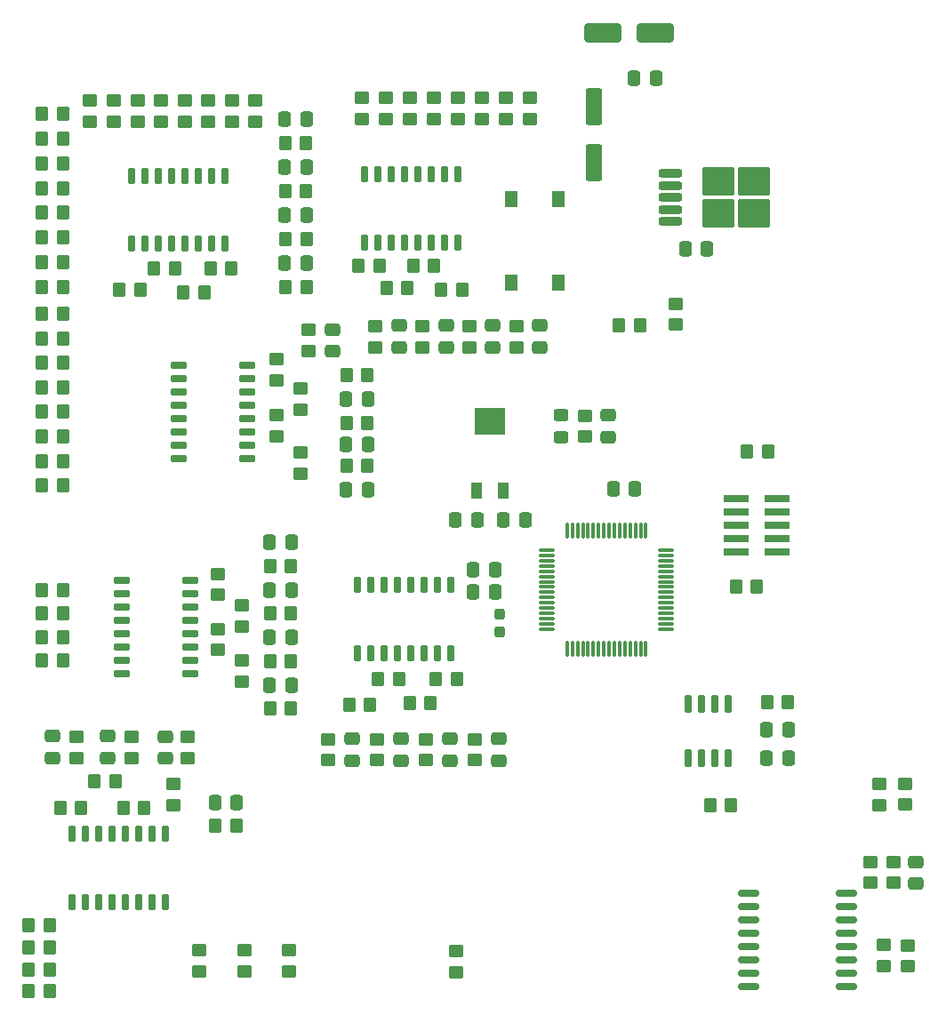
<source format=gbr>
%TF.GenerationSoftware,KiCad,Pcbnew,7.0.10*%
%TF.CreationDate,2024-05-01T16:26:35-07:00*%
%TF.ProjectId,control,636f6e74-726f-46c2-9e6b-696361645f70,B*%
%TF.SameCoordinates,Original*%
%TF.FileFunction,Paste,Top*%
%TF.FilePolarity,Positive*%
%FSLAX46Y46*%
G04 Gerber Fmt 4.6, Leading zero omitted, Abs format (unit mm)*
G04 Created by KiCad (PCBNEW 7.0.10) date 2024-05-01 16:26:35*
%MOMM*%
%LPD*%
G01*
G04 APERTURE LIST*
G04 Aperture macros list*
%AMRoundRect*
0 Rectangle with rounded corners*
0 $1 Rounding radius*
0 $2 $3 $4 $5 $6 $7 $8 $9 X,Y pos of 4 corners*
0 Add a 4 corners polygon primitive as box body*
4,1,4,$2,$3,$4,$5,$6,$7,$8,$9,$2,$3,0*
0 Add four circle primitives for the rounded corners*
1,1,$1+$1,$2,$3*
1,1,$1+$1,$4,$5*
1,1,$1+$1,$6,$7*
1,1,$1+$1,$8,$9*
0 Add four rect primitives between the rounded corners*
20,1,$1+$1,$2,$3,$4,$5,0*
20,1,$1+$1,$4,$5,$6,$7,0*
20,1,$1+$1,$6,$7,$8,$9,0*
20,1,$1+$1,$8,$9,$2,$3,0*%
G04 Aperture macros list end*
%ADD10RoundRect,0.250000X0.450000X-0.350000X0.450000X0.350000X-0.450000X0.350000X-0.450000X-0.350000X0*%
%ADD11R,1.300000X1.550000*%
%ADD12RoundRect,0.250000X-0.450000X0.350000X-0.450000X-0.350000X0.450000X-0.350000X0.450000X0.350000X0*%
%ADD13RoundRect,0.150000X-0.875000X-0.150000X0.875000X-0.150000X0.875000X0.150000X-0.875000X0.150000X0*%
%ADD14RoundRect,0.150000X-0.150000X0.725000X-0.150000X-0.725000X0.150000X-0.725000X0.150000X0.725000X0*%
%ADD15RoundRect,0.250000X-0.337500X-0.475000X0.337500X-0.475000X0.337500X0.475000X-0.337500X0.475000X0*%
%ADD16RoundRect,0.250000X-0.350000X-0.450000X0.350000X-0.450000X0.350000X0.450000X-0.350000X0.450000X0*%
%ADD17RoundRect,0.250000X0.475000X-0.337500X0.475000X0.337500X-0.475000X0.337500X-0.475000X-0.337500X0*%
%ADD18RoundRect,0.250000X0.350000X0.450000X-0.350000X0.450000X-0.350000X-0.450000X0.350000X-0.450000X0*%
%ADD19RoundRect,0.150000X-0.650000X-0.150000X0.650000X-0.150000X0.650000X0.150000X-0.650000X0.150000X0*%
%ADD20RoundRect,0.250000X-0.475000X0.337500X-0.475000X-0.337500X0.475000X-0.337500X0.475000X0.337500X0*%
%ADD21RoundRect,0.150000X-0.150000X0.650000X-0.150000X-0.650000X0.150000X-0.650000X0.150000X0.650000X0*%
%ADD22R,2.400000X0.740000*%
%ADD23RoundRect,0.075000X-0.662500X-0.075000X0.662500X-0.075000X0.662500X0.075000X-0.662500X0.075000X0*%
%ADD24RoundRect,0.075000X-0.075000X-0.662500X0.075000X-0.662500X0.075000X0.662500X-0.075000X0.662500X0*%
%ADD25RoundRect,0.250000X0.337500X0.475000X-0.337500X0.475000X-0.337500X-0.475000X0.337500X-0.475000X0*%
%ADD26RoundRect,0.250000X-1.500000X-0.650000X1.500000X-0.650000X1.500000X0.650000X-1.500000X0.650000X0*%
%ADD27RoundRect,0.200000X-0.900000X-0.200000X0.900000X-0.200000X0.900000X0.200000X-0.900000X0.200000X0*%
%ADD28RoundRect,0.250000X-1.275000X-1.125000X1.275000X-1.125000X1.275000X1.125000X-1.275000X1.125000X0*%
%ADD29R,1.000000X1.600000*%
%ADD30R,3.000000X2.500000*%
%ADD31RoundRect,0.150000X0.150000X-0.650000X0.150000X0.650000X-0.150000X0.650000X-0.150000X-0.650000X0*%
%ADD32RoundRect,0.250000X0.450000X-0.325000X0.450000X0.325000X-0.450000X0.325000X-0.450000X-0.325000X0*%
%ADD33RoundRect,0.250000X-0.550000X1.500000X-0.550000X-1.500000X0.550000X-1.500000X0.550000X1.500000X0*%
%ADD34RoundRect,0.237500X-0.237500X0.287500X-0.237500X-0.287500X0.237500X-0.287500X0.237500X0.287500X0*%
G04 APERTURE END LIST*
D10*
%TO.C,R88*%
X132987100Y-79888500D03*
X132987100Y-77888500D03*
%TD*%
D11*
%TO.C,SW1*%
X145963200Y-65824200D03*
X145963200Y-73774200D03*
X141463200Y-65824200D03*
X141463200Y-73774200D03*
%TD*%
D12*
%TO.C,R102*%
X179171600Y-136871200D03*
X179171600Y-138871200D03*
%TD*%
D13*
%TO.C,U10*%
X164056800Y-131953000D03*
X164056800Y-133223000D03*
X164056800Y-134493000D03*
X164056800Y-135763000D03*
X164056800Y-137033000D03*
X164056800Y-138303000D03*
X164056800Y-139573000D03*
X164056800Y-140843000D03*
X173356800Y-140843000D03*
X173356800Y-139573000D03*
X173356800Y-138303000D03*
X173356800Y-137033000D03*
X173356800Y-135763000D03*
X173356800Y-134493000D03*
X173356800Y-133223000D03*
X173356800Y-131953000D03*
%TD*%
D12*
%TO.C,R44*%
X100000000Y-117000000D03*
X100000000Y-119000000D03*
%TD*%
D14*
%TO.C,U2*%
X162098200Y-113899400D03*
X160828200Y-113899400D03*
X159558200Y-113899400D03*
X158288200Y-113899400D03*
X158288200Y-119049400D03*
X159558200Y-119049400D03*
X160828200Y-119049400D03*
X162098200Y-119049400D03*
%TD*%
D15*
%TO.C,C13*%
X118425000Y-103021700D03*
X120500000Y-103021700D03*
%TD*%
D16*
%TO.C,R4*%
X151704800Y-77774800D03*
X153704800Y-77774800D03*
%TD*%
D15*
%TO.C,C32*%
X125708500Y-89154000D03*
X127783500Y-89154000D03*
%TD*%
D12*
%TO.C,R8*%
X148437600Y-86426800D03*
X148437600Y-88426800D03*
%TD*%
D10*
%TO.C,R19*%
X113500000Y-103500000D03*
X113500000Y-101500000D03*
%TD*%
%TO.C,R35*%
X114844300Y-58388000D03*
X114844300Y-56388000D03*
%TD*%
D12*
%TO.C,R105*%
X175666400Y-128930400D03*
X175666400Y-130930400D03*
%TD*%
D17*
%TO.C,C8*%
X150672800Y-88464300D03*
X150672800Y-86389300D03*
%TD*%
D15*
%TO.C,C22*%
X119866500Y-62738000D03*
X121941500Y-62738000D03*
%TD*%
D18*
%TO.C,R76*%
X98774000Y-67092300D03*
X96774000Y-67092300D03*
%TD*%
%TO.C,R53*%
X98774000Y-83721500D03*
X96774000Y-83721500D03*
%TD*%
%TO.C,R37*%
X103750000Y-121250000D03*
X101750000Y-121250000D03*
%TD*%
D10*
%TO.C,R86*%
X128524000Y-79888500D03*
X128524000Y-77888500D03*
%TD*%
%TO.C,R55*%
X138684000Y-58150000D03*
X138684000Y-56150000D03*
%TD*%
D18*
%TO.C,R54*%
X98774000Y-57658000D03*
X96774000Y-57658000D03*
%TD*%
D10*
%TO.C,R17*%
X115750000Y-111750000D03*
X115750000Y-109750000D03*
%TD*%
D15*
%TO.C,C2*%
X158016700Y-70566200D03*
X160091700Y-70566200D03*
%TD*%
D10*
%TO.C,R91*%
X119126000Y-88376000D03*
X119126000Y-86376000D03*
%TD*%
D19*
%TO.C,U8*%
X109780000Y-81661000D03*
X109780000Y-82931000D03*
X109780000Y-84201000D03*
X109780000Y-85471000D03*
X109780000Y-86741000D03*
X109780000Y-88011000D03*
X109780000Y-89281000D03*
X109780000Y-90551000D03*
X116280000Y-90551000D03*
X116280000Y-89281000D03*
X116280000Y-88011000D03*
X116280000Y-86741000D03*
X116280000Y-85471000D03*
X116280000Y-84201000D03*
X116280000Y-82931000D03*
X116280000Y-81661000D03*
%TD*%
D10*
%TO.C,R15*%
X105845400Y-58388000D03*
X105845400Y-56388000D03*
%TD*%
%TO.C,R78*%
X134112000Y-58150000D03*
X134112000Y-56150000D03*
%TD*%
D20*
%TO.C,C28*%
X135607100Y-117212500D03*
X135607100Y-119287500D03*
%TD*%
D16*
%TO.C,R2*%
X160391600Y-123494800D03*
X162391600Y-123494800D03*
%TD*%
%TO.C,R45*%
X112792000Y-72390000D03*
X114792000Y-72390000D03*
%TD*%
D10*
%TO.C,R74*%
X131826000Y-58150000D03*
X131826000Y-56150000D03*
%TD*%
%TO.C,R97*%
X176479200Y-123529600D03*
X176479200Y-121529600D03*
%TD*%
D18*
%TO.C,R48*%
X121904000Y-65024000D03*
X119904000Y-65024000D03*
%TD*%
D17*
%TO.C,C26*%
X124460000Y-80285500D03*
X124460000Y-78210500D03*
%TD*%
D15*
%TO.C,C15*%
X119888000Y-67310000D03*
X121963000Y-67310000D03*
%TD*%
D16*
%TO.C,R25*%
X107442000Y-72390000D03*
X109442000Y-72390000D03*
%TD*%
D18*
%TO.C,R24*%
X120462500Y-109804300D03*
X118462500Y-109804300D03*
%TD*%
D12*
%TO.C,R40*%
X110632000Y-117037500D03*
X110632000Y-119037500D03*
%TD*%
D21*
%TO.C,U9*%
X135700000Y-102561000D03*
X134430000Y-102561000D03*
X133160000Y-102561000D03*
X131890000Y-102561000D03*
X130620000Y-102561000D03*
X129350000Y-102561000D03*
X128080000Y-102561000D03*
X126810000Y-102561000D03*
X126810000Y-109061000D03*
X128080000Y-109061000D03*
X129350000Y-109061000D03*
X130620000Y-109061000D03*
X131890000Y-109061000D03*
X133160000Y-109061000D03*
X134430000Y-109061000D03*
X135700000Y-109061000D03*
%TD*%
D22*
%TO.C,J11*%
X162845200Y-94284800D03*
X166745200Y-94284800D03*
X162845200Y-95554800D03*
X166745200Y-95554800D03*
X162845200Y-96824800D03*
X166745200Y-96824800D03*
X162845200Y-98094800D03*
X166745200Y-98094800D03*
X162845200Y-99364800D03*
X166745200Y-99364800D03*
%TD*%
D18*
%TO.C,R81*%
X98774000Y-71809400D03*
X96774000Y-71809400D03*
%TD*%
D10*
%TO.C,R73*%
X127254000Y-58150000D03*
X127254000Y-56150000D03*
%TD*%
D18*
%TO.C,R5*%
X164830000Y-102666800D03*
X162830000Y-102666800D03*
%TD*%
D16*
%TO.C,R85*%
X126889000Y-72136000D03*
X128889000Y-72136000D03*
%TD*%
D23*
%TO.C,U3*%
X144848500Y-99240000D03*
X144848500Y-99740000D03*
X144848500Y-100240000D03*
X144848500Y-100740000D03*
X144848500Y-101240000D03*
X144848500Y-101740000D03*
X144848500Y-102240000D03*
X144848500Y-102740000D03*
X144848500Y-103240000D03*
X144848500Y-103740000D03*
X144848500Y-104240000D03*
X144848500Y-104740000D03*
X144848500Y-105240000D03*
X144848500Y-105740000D03*
X144848500Y-106240000D03*
X144848500Y-106740000D03*
D24*
X146761000Y-108652500D03*
X147261000Y-108652500D03*
X147761000Y-108652500D03*
X148261000Y-108652500D03*
X148761000Y-108652500D03*
X149261000Y-108652500D03*
X149761000Y-108652500D03*
X150261000Y-108652500D03*
X150761000Y-108652500D03*
X151261000Y-108652500D03*
X151761000Y-108652500D03*
X152261000Y-108652500D03*
X152761000Y-108652500D03*
X153261000Y-108652500D03*
X153761000Y-108652500D03*
X154261000Y-108652500D03*
D23*
X156173500Y-106740000D03*
X156173500Y-106240000D03*
X156173500Y-105740000D03*
X156173500Y-105240000D03*
X156173500Y-104740000D03*
X156173500Y-104240000D03*
X156173500Y-103740000D03*
X156173500Y-103240000D03*
X156173500Y-102740000D03*
X156173500Y-102240000D03*
X156173500Y-101740000D03*
X156173500Y-101240000D03*
X156173500Y-100740000D03*
X156173500Y-100240000D03*
X156173500Y-99740000D03*
X156173500Y-99240000D03*
D24*
X154261000Y-97327500D03*
X153761000Y-97327500D03*
X153261000Y-97327500D03*
X152761000Y-97327500D03*
X152261000Y-97327500D03*
X151761000Y-97327500D03*
X151261000Y-97327500D03*
X150761000Y-97327500D03*
X150261000Y-97327500D03*
X149761000Y-97327500D03*
X149261000Y-97327500D03*
X148761000Y-97327500D03*
X148261000Y-97327500D03*
X147761000Y-97327500D03*
X147261000Y-97327500D03*
X146761000Y-97327500D03*
%TD*%
D18*
%TO.C,R90*%
X127746000Y-91186000D03*
X125746000Y-91186000D03*
%TD*%
%TO.C,R59*%
X98774000Y-79045800D03*
X96774000Y-79045800D03*
%TD*%
%TO.C,R20*%
X120462500Y-100760900D03*
X118462500Y-100760900D03*
%TD*%
D10*
%TO.C,R89*%
X121412000Y-91932000D03*
X121412000Y-89932000D03*
%TD*%
D15*
%TO.C,C19*%
X113212500Y-123250000D03*
X115287500Y-123250000D03*
%TD*%
D16*
%TO.C,R69*%
X134250000Y-111500000D03*
X136250000Y-111500000D03*
%TD*%
D18*
%TO.C,R46*%
X121904000Y-60452000D03*
X119904000Y-60452000D03*
%TD*%
D10*
%TO.C,R50*%
X140970000Y-58150000D03*
X140970000Y-56150000D03*
%TD*%
%TO.C,R34*%
X112594600Y-58388000D03*
X112594600Y-56388000D03*
%TD*%
%TO.C,R33*%
X117094000Y-58388000D03*
X117094000Y-56388000D03*
%TD*%
D16*
%TO.C,R1*%
X165805700Y-113724400D03*
X167805700Y-113724400D03*
%TD*%
D25*
%TO.C,C6*%
X142769500Y-96393000D03*
X140694500Y-96393000D03*
%TD*%
D20*
%TO.C,C30*%
X135218700Y-77851000D03*
X135218700Y-79926000D03*
%TD*%
D26*
%TO.C,D2*%
X150154000Y-49987200D03*
X155154000Y-49987200D03*
%TD*%
D19*
%TO.C,U4*%
X104390000Y-102086000D03*
X104390000Y-103356000D03*
X104390000Y-104626000D03*
X104390000Y-105896000D03*
X104390000Y-107166000D03*
X104390000Y-108436000D03*
X104390000Y-109706000D03*
X104390000Y-110976000D03*
X110890000Y-110976000D03*
X110890000Y-109706000D03*
X110890000Y-108436000D03*
X110890000Y-107166000D03*
X110890000Y-105896000D03*
X110890000Y-104626000D03*
X110890000Y-103356000D03*
X110890000Y-102086000D03*
%TD*%
D16*
%TO.C,R9*%
X96750000Y-109750000D03*
X98750000Y-109750000D03*
%TD*%
D18*
%TO.C,R66*%
X127746000Y-82550000D03*
X125746000Y-82550000D03*
%TD*%
D10*
%TO.C,R56*%
X143256000Y-58150000D03*
X143256000Y-56150000D03*
%TD*%
D12*
%TO.C,R68*%
X122174000Y-78248000D03*
X122174000Y-80248000D03*
%TD*%
D18*
%TO.C,R52*%
X98774000Y-76708000D03*
X96774000Y-76708000D03*
%TD*%
D10*
%TO.C,R6*%
X178917600Y-123478800D03*
X178917600Y-121478800D03*
%TD*%
D21*
%TO.C,U7*%
X136398000Y-63425000D03*
X135128000Y-63425000D03*
X133858000Y-63425000D03*
X132588000Y-63425000D03*
X131318000Y-63425000D03*
X130048000Y-63425000D03*
X128778000Y-63425000D03*
X127508000Y-63425000D03*
X127508000Y-69925000D03*
X128778000Y-69925000D03*
X130048000Y-69925000D03*
X131318000Y-69925000D03*
X132588000Y-69925000D03*
X133858000Y-69925000D03*
X135128000Y-69925000D03*
X136398000Y-69925000D03*
%TD*%
D15*
%TO.C,C4*%
X165768200Y-116359400D03*
X167843200Y-116359400D03*
%TD*%
D16*
%TO.C,R61*%
X132096000Y-72136000D03*
X134096000Y-72136000D03*
%TD*%
D10*
%TO.C,R77*%
X129540000Y-58150000D03*
X129540000Y-56150000D03*
%TD*%
D18*
%TO.C,R80*%
X98774000Y-86059300D03*
X96774000Y-86059300D03*
%TD*%
D20*
%TO.C,C29*%
X130755600Y-77851000D03*
X130755600Y-79926000D03*
%TD*%
D18*
%TO.C,R39*%
X106500000Y-123750000D03*
X104500000Y-123750000D03*
%TD*%
D16*
%TO.C,R31*%
X95500000Y-141250000D03*
X97500000Y-141250000D03*
%TD*%
D18*
%TO.C,R75*%
X98774000Y-74168000D03*
X96774000Y-74168000D03*
%TD*%
D16*
%TO.C,R11*%
X96750000Y-105250000D03*
X98750000Y-105250000D03*
%TD*%
D18*
%TO.C,R58*%
X98774000Y-60016600D03*
X96774000Y-60016600D03*
%TD*%
D27*
%TO.C,U1*%
X156565600Y-63359600D03*
X156565600Y-64499600D03*
X156565600Y-65639600D03*
D28*
X161190600Y-64114600D03*
X161190600Y-67164600D03*
X164540600Y-64114600D03*
X164540600Y-67164600D03*
D27*
X156565600Y-66779600D03*
X156565600Y-67919600D03*
%TD*%
D10*
%TO.C,R94*%
X124000000Y-119250000D03*
X124000000Y-117250000D03*
%TD*%
D12*
%TO.C,R104*%
X177854400Y-128930400D03*
X177854400Y-130930400D03*
%TD*%
D15*
%TO.C,C25*%
X125708500Y-84836000D03*
X127783500Y-84836000D03*
%TD*%
%TO.C,C3*%
X165768200Y-119024400D03*
X167843200Y-119024400D03*
%TD*%
D20*
%TO.C,C34*%
X130964300Y-117212500D03*
X130964300Y-119287500D03*
%TD*%
D10*
%TO.C,R49*%
X136398000Y-58150000D03*
X136398000Y-56150000D03*
%TD*%
D16*
%TO.C,R87*%
X129556000Y-74295000D03*
X131556000Y-74295000D03*
%TD*%
D10*
%TO.C,R96*%
X128642900Y-119250000D03*
X128642900Y-117250000D03*
%TD*%
D15*
%TO.C,C11*%
X118425000Y-112065100D03*
X120500000Y-112065100D03*
%TD*%
D18*
%TO.C,R82*%
X98774000Y-69450900D03*
X96774000Y-69450900D03*
%TD*%
D10*
%TO.C,R14*%
X103595700Y-58388000D03*
X103595700Y-56388000D03*
%TD*%
%TO.C,R16*%
X101346000Y-58388000D03*
X101346000Y-56388000D03*
%TD*%
D18*
%TO.C,R57*%
X98774000Y-62375100D03*
X96774000Y-62375100D03*
%TD*%
D20*
%TO.C,C24*%
X144145000Y-77851000D03*
X144145000Y-79926000D03*
%TD*%
D10*
%TO.C,R101*%
X136194800Y-139430000D03*
X136194800Y-137430000D03*
%TD*%
D16*
%TO.C,R30*%
X95500000Y-139166700D03*
X97500000Y-139166700D03*
%TD*%
D15*
%TO.C,C1*%
X153140500Y-54305200D03*
X155215500Y-54305200D03*
%TD*%
D29*
%TO.C,Y1*%
X140716000Y-93545000D03*
X138176000Y-93545000D03*
D30*
X139446000Y-86995000D03*
%TD*%
D16*
%TO.C,R63*%
X134763000Y-74422000D03*
X136763000Y-74422000D03*
%TD*%
D10*
%TO.C,R13*%
X108095100Y-58388000D03*
X108095100Y-56388000D03*
%TD*%
D18*
%TO.C,R60*%
X98774000Y-81383700D03*
X96774000Y-81383700D03*
%TD*%
D21*
%TO.C,U5*%
X114173000Y-63552000D03*
X112903000Y-63552000D03*
X111633000Y-63552000D03*
X110363000Y-63552000D03*
X109093000Y-63552000D03*
X107823000Y-63552000D03*
X106553000Y-63552000D03*
X105283000Y-63552000D03*
X105283000Y-70052000D03*
X106553000Y-70052000D03*
X107823000Y-70052000D03*
X109093000Y-70052000D03*
X110363000Y-70052000D03*
X111633000Y-70052000D03*
X112903000Y-70052000D03*
X114173000Y-70052000D03*
%TD*%
D12*
%TO.C,R103*%
X176936400Y-136861800D03*
X176936400Y-138861800D03*
%TD*%
D17*
%TO.C,C36*%
X179984400Y-130983900D03*
X179984400Y-128908900D03*
%TD*%
D10*
%TO.C,R70*%
X137928600Y-119250000D03*
X137928600Y-117250000D03*
%TD*%
%TO.C,R21*%
X115750000Y-106500000D03*
X115750000Y-104500000D03*
%TD*%
D15*
%TO.C,C31*%
X125708500Y-93472000D03*
X127783500Y-93472000D03*
%TD*%
D20*
%TO.C,C23*%
X139681900Y-77851000D03*
X139681900Y-79926000D03*
%TD*%
%TO.C,C33*%
X126321400Y-117212500D03*
X126321400Y-119287500D03*
%TD*%
D15*
%TO.C,C7*%
X151159300Y-93370400D03*
X153234300Y-93370400D03*
%TD*%
D31*
%TO.C,U6*%
X99610000Y-132750000D03*
X100880000Y-132750000D03*
X102150000Y-132750000D03*
X103420000Y-132750000D03*
X104690000Y-132750000D03*
X105960000Y-132750000D03*
X107230000Y-132750000D03*
X108500000Y-132750000D03*
X108500000Y-126250000D03*
X107230000Y-126250000D03*
X105960000Y-126250000D03*
X104690000Y-126250000D03*
X103420000Y-126250000D03*
X102150000Y-126250000D03*
X100880000Y-126250000D03*
X99610000Y-126250000D03*
%TD*%
D17*
%TO.C,C18*%
X108500000Y-119075000D03*
X108500000Y-117000000D03*
%TD*%
%TO.C,C17*%
X103000000Y-119037500D03*
X103000000Y-116962500D03*
%TD*%
D15*
%TO.C,C21*%
X119866500Y-58166000D03*
X121941500Y-58166000D03*
%TD*%
D16*
%TO.C,R47*%
X110236000Y-74676000D03*
X112236000Y-74676000D03*
%TD*%
D18*
%TO.C,R83*%
X98774000Y-90735000D03*
X96774000Y-90735000D03*
%TD*%
D15*
%TO.C,C12*%
X118425000Y-98500000D03*
X120500000Y-98500000D03*
%TD*%
D18*
%TO.C,R18*%
X120462500Y-114326000D03*
X118462500Y-114326000D03*
%TD*%
D16*
%TO.C,R95*%
X128750000Y-111500000D03*
X130750000Y-111500000D03*
%TD*%
D18*
%TO.C,R43*%
X100500000Y-123750000D03*
X98500000Y-123750000D03*
%TD*%
D16*
%TO.C,R27*%
X104140000Y-74422000D03*
X106140000Y-74422000D03*
%TD*%
%TO.C,R71*%
X131750000Y-113750000D03*
X133750000Y-113750000D03*
%TD*%
D20*
%TO.C,C27*%
X140250000Y-117212500D03*
X140250000Y-119287500D03*
%TD*%
D32*
%TO.C,D1*%
X146151600Y-88451800D03*
X146151600Y-86401800D03*
%TD*%
D33*
%TO.C,C35*%
X149352000Y-56939200D03*
X149352000Y-62339200D03*
%TD*%
D10*
%TO.C,R99*%
X116001800Y-139328400D03*
X116001800Y-137328400D03*
%TD*%
D18*
%TO.C,R51*%
X98774000Y-64733700D03*
X96774000Y-64733700D03*
%TD*%
D17*
%TO.C,C20*%
X97750000Y-119037500D03*
X97750000Y-116962500D03*
%TD*%
D10*
%TO.C,R36*%
X110344900Y-58388000D03*
X110344900Y-56388000D03*
%TD*%
D16*
%TO.C,R93*%
X126000000Y-114000000D03*
X128000000Y-114000000D03*
%TD*%
D18*
%TO.C,R79*%
X98774000Y-93072900D03*
X96774000Y-93072900D03*
%TD*%
D16*
%TO.C,R32*%
X95500000Y-135000000D03*
X97500000Y-135000000D03*
%TD*%
D10*
%TO.C,R100*%
X120243600Y-139328400D03*
X120243600Y-137328400D03*
%TD*%
D18*
%TO.C,R42*%
X115250000Y-125500000D03*
X113250000Y-125500000D03*
%TD*%
%TO.C,R26*%
X121925500Y-69596000D03*
X119925500Y-69596000D03*
%TD*%
D16*
%TO.C,R12*%
X96750000Y-107500000D03*
X98750000Y-107500000D03*
%TD*%
D18*
%TO.C,R7*%
X165896800Y-89814400D03*
X163896800Y-89814400D03*
%TD*%
D10*
%TO.C,R64*%
X141913400Y-79888500D03*
X141913400Y-77888500D03*
%TD*%
D15*
%TO.C,C5*%
X136122500Y-96393000D03*
X138197500Y-96393000D03*
%TD*%
D10*
%TO.C,R62*%
X137450300Y-79888500D03*
X137450300Y-77888500D03*
%TD*%
%TO.C,R41*%
X109250000Y-123500000D03*
X109250000Y-121500000D03*
%TD*%
D12*
%TO.C,R38*%
X105250000Y-117000000D03*
X105250000Y-119000000D03*
%TD*%
D10*
%TO.C,R98*%
X111760000Y-139328400D03*
X111760000Y-137328400D03*
%TD*%
%TO.C,R72*%
X133285700Y-119250000D03*
X133285700Y-117250000D03*
%TD*%
%TO.C,R67*%
X119126000Y-83042000D03*
X119126000Y-81042000D03*
%TD*%
D18*
%TO.C,R28*%
X121925500Y-74168000D03*
X119925500Y-74168000D03*
%TD*%
D15*
%TO.C,C10*%
X137798900Y-101092000D03*
X139873900Y-101092000D03*
%TD*%
D10*
%TO.C,R23*%
X113500000Y-108750000D03*
X113500000Y-106750000D03*
%TD*%
D18*
%TO.C,R92*%
X127746000Y-87122000D03*
X125746000Y-87122000D03*
%TD*%
D15*
%TO.C,C16*%
X119888000Y-71882000D03*
X121963000Y-71882000D03*
%TD*%
D10*
%TO.C,R3*%
X157124400Y-77758800D03*
X157124400Y-75758800D03*
%TD*%
D16*
%TO.C,R29*%
X95500000Y-137083300D03*
X97500000Y-137083300D03*
%TD*%
%TO.C,R10*%
X96766000Y-103000000D03*
X98766000Y-103000000D03*
%TD*%
D10*
%TO.C,R65*%
X121412000Y-85836000D03*
X121412000Y-83836000D03*
%TD*%
D15*
%TO.C,C9*%
X137798900Y-103251000D03*
X139873900Y-103251000D03*
%TD*%
D18*
%TO.C,R84*%
X98774000Y-88397200D03*
X96774000Y-88397200D03*
%TD*%
D15*
%TO.C,C14*%
X118425000Y-107543400D03*
X120500000Y-107543400D03*
%TD*%
D18*
%TO.C,R22*%
X120462500Y-105282600D03*
X118462500Y-105282600D03*
%TD*%
D34*
%TO.C,FB1*%
X140309600Y-105297000D03*
X140309600Y-107047000D03*
%TD*%
M02*

</source>
